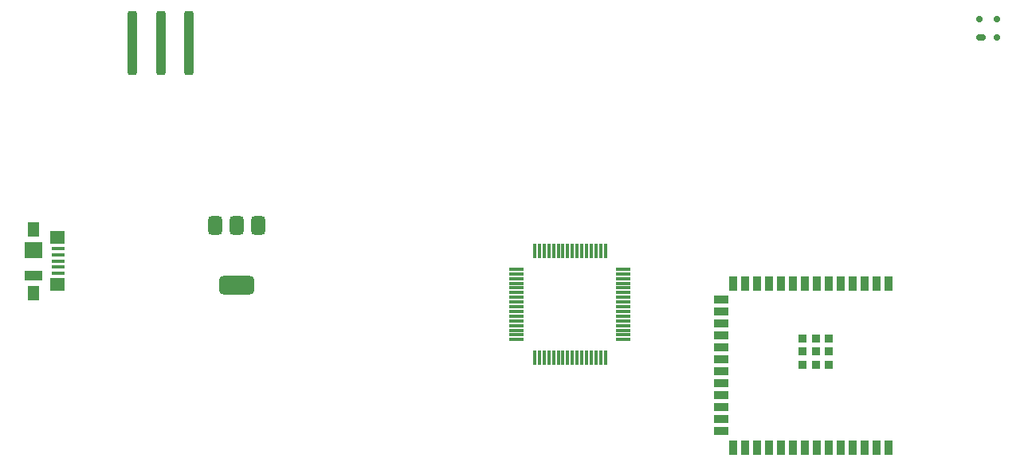
<source format=gbr>
%TF.GenerationSoftware,KiCad,Pcbnew,8.0.3*%
%TF.CreationDate,2025-10-30T11:00:03+03:00*%
%TF.ProjectId,yandex-rover,79616e64-6578-42d7-926f-7665722e6b69,rev?*%
%TF.SameCoordinates,Original*%
%TF.FileFunction,Paste,Top*%
%TF.FilePolarity,Positive*%
%FSLAX46Y46*%
G04 Gerber Fmt 4.6, Leading zero omitted, Abs format (unit mm)*
G04 Created by KiCad (PCBNEW 8.0.3) date 2025-10-30 11:00:03*
%MOMM*%
%LPD*%
G01*
G04 APERTURE LIST*
G04 Aperture macros list*
%AMRoundRect*
0 Rectangle with rounded corners*
0 $1 Rounding radius*
0 $2 $3 $4 $5 $6 $7 $8 $9 X,Y pos of 4 corners*
0 Add a 4 corners polygon primitive as box body*
4,1,4,$2,$3,$4,$5,$6,$7,$8,$9,$2,$3,0*
0 Add four circle primitives for the rounded corners*
1,1,$1+$1,$2,$3*
1,1,$1+$1,$4,$5*
1,1,$1+$1,$6,$7*
1,1,$1+$1,$8,$9*
0 Add four rect primitives between the rounded corners*
20,1,$1+$1,$2,$3,$4,$5,0*
20,1,$1+$1,$4,$5,$6,$7,0*
20,1,$1+$1,$6,$7,$8,$9,0*
20,1,$1+$1,$8,$9,$2,$3,0*%
G04 Aperture macros list end*
%ADD10RoundRect,0.075000X-0.700000X-0.075000X0.700000X-0.075000X0.700000X0.075000X-0.700000X0.075000X0*%
%ADD11RoundRect,0.075000X-0.075000X-0.700000X0.075000X-0.700000X0.075000X0.700000X-0.075000X0.700000X0*%
%ADD12RoundRect,0.375000X-0.375000X0.625000X-0.375000X-0.625000X0.375000X-0.625000X0.375000X0.625000X0*%
%ADD13RoundRect,0.500000X-1.400000X0.500000X-1.400000X-0.500000X1.400000X-0.500000X1.400000X0.500000X0*%
%ADD14R,0.900000X0.900000*%
%ADD15R,0.900000X1.500000*%
%ADD16R,1.500000X0.900000*%
%ADD17RoundRect,0.175000X0.325000X-0.175000X0.325000X0.175000X-0.325000X0.175000X-0.325000X-0.175000X0*%
%ADD18RoundRect,0.150000X0.150000X-0.200000X0.150000X0.200000X-0.150000X0.200000X-0.150000X-0.200000X0*%
%ADD19RoundRect,0.250000X-0.250000X-3.150000X0.250000X-3.150000X0.250000X3.150000X-0.250000X3.150000X0*%
%ADD20R,1.380000X0.450000*%
%ADD21R,1.300000X1.650000*%
%ADD22R,1.550000X1.425000*%
%ADD23R,1.900000X1.800000*%
%ADD24R,1.900000X1.000000*%
G04 APERTURE END LIST*
D10*
%TO.C,U2*%
X153725000Y-61450000D03*
X153725000Y-61950000D03*
X153725000Y-62450000D03*
X153725000Y-62950000D03*
X153725000Y-63450000D03*
X153725000Y-63950000D03*
X153725000Y-64450000D03*
X153725000Y-64950000D03*
X153725000Y-65450000D03*
X153725000Y-65950000D03*
X153725000Y-66450000D03*
X153725000Y-66950000D03*
X153725000Y-67450000D03*
X153725000Y-67950000D03*
X153725000Y-68450000D03*
X153725000Y-68950000D03*
D11*
X155650000Y-70875000D03*
X156150000Y-70875000D03*
X156650000Y-70875000D03*
X157150000Y-70875000D03*
X157650000Y-70875000D03*
X158150000Y-70875000D03*
X158650000Y-70875000D03*
X159150000Y-70875000D03*
X159650000Y-70875000D03*
X160150000Y-70875000D03*
X160650000Y-70875000D03*
X161150000Y-70875000D03*
X161650000Y-70875000D03*
X162150000Y-70875000D03*
X162650000Y-70875000D03*
X163150000Y-70875000D03*
D10*
X165075000Y-68950000D03*
X165075000Y-68450000D03*
X165075000Y-67950000D03*
X165075000Y-67450000D03*
X165075000Y-66950000D03*
X165075000Y-66450000D03*
X165075000Y-65950000D03*
X165075000Y-65450000D03*
X165075000Y-64950000D03*
X165075000Y-64450000D03*
X165075000Y-63950000D03*
X165075000Y-63450000D03*
X165075000Y-62950000D03*
X165075000Y-62450000D03*
X165075000Y-61950000D03*
X165075000Y-61450000D03*
D11*
X163150000Y-59525000D03*
X162650000Y-59525000D03*
X162150000Y-59525000D03*
X161650000Y-59525000D03*
X161150000Y-59525000D03*
X160650000Y-59525000D03*
X160150000Y-59525000D03*
X159650000Y-59525000D03*
X159150000Y-59525000D03*
X158650000Y-59525000D03*
X158150000Y-59525000D03*
X157650000Y-59525000D03*
X157150000Y-59525000D03*
X156650000Y-59525000D03*
X156150000Y-59525000D03*
X155650000Y-59525000D03*
%TD*%
D12*
%TO.C,U3*%
X126300000Y-56850000D03*
X124000000Y-56850000D03*
D13*
X124000000Y-63150000D03*
D12*
X121700000Y-56850000D03*
%TD*%
D14*
%TO.C,U4*%
X186900000Y-68800000D03*
X185500000Y-68800000D03*
X184100000Y-68800000D03*
X186900000Y-70200000D03*
X185500000Y-70200000D03*
X184100000Y-70200000D03*
X186900000Y-71600000D03*
X185500000Y-71600000D03*
X184100000Y-71600000D03*
D15*
X193220000Y-62950000D03*
X191950000Y-62950000D03*
X190680000Y-62950000D03*
X189410000Y-62950000D03*
X188140000Y-62950000D03*
X186870000Y-62950000D03*
X185600000Y-62950000D03*
X184330000Y-62950000D03*
X183060000Y-62950000D03*
X181790000Y-62950000D03*
X180520000Y-62950000D03*
X179250000Y-62950000D03*
X177980000Y-62950000D03*
X176710000Y-62950000D03*
D16*
X175460000Y-64715000D03*
X175460000Y-65985000D03*
X175460000Y-67255000D03*
X175460000Y-68525000D03*
X175460000Y-69795000D03*
X175460000Y-71065000D03*
X175460000Y-72335000D03*
X175460000Y-73605000D03*
X175460000Y-74875000D03*
X175460000Y-76145000D03*
X175460000Y-77415000D03*
X175460000Y-78685000D03*
D15*
X176710000Y-80450000D03*
X177980000Y-80450000D03*
X179250000Y-80450000D03*
X180520000Y-80450000D03*
X181790000Y-80450000D03*
X183060000Y-80450000D03*
X184330000Y-80450000D03*
X185600000Y-80450000D03*
X186870000Y-80450000D03*
X188140000Y-80450000D03*
X189410000Y-80450000D03*
X190680000Y-80450000D03*
X191950000Y-80450000D03*
X193220000Y-80450000D03*
%TD*%
D17*
%TO.C,U1*%
X203050000Y-36850000D03*
D18*
X204750000Y-36850000D03*
X204750000Y-34850000D03*
X202850000Y-34850000D03*
%TD*%
D19*
%TO.C,SW2*%
X112900000Y-37400000D03*
X115900000Y-37400000D03*
X118900000Y-37400000D03*
%TD*%
D20*
%TO.C,J7*%
X105035000Y-59300000D03*
X105035000Y-59950000D03*
X105035000Y-60600000D03*
X105035000Y-61250000D03*
X105035000Y-61900000D03*
D21*
X102375000Y-57225000D03*
D22*
X104950000Y-58112500D03*
D23*
X102375000Y-59450000D03*
D24*
X102375000Y-62150000D03*
D22*
X104950000Y-63087500D03*
D21*
X102375000Y-63975000D03*
%TD*%
M02*

</source>
